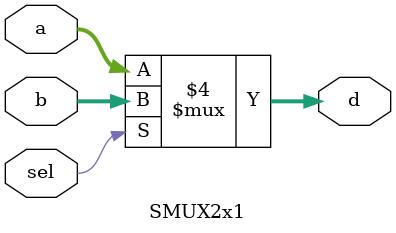
<source format=v>
`timescale 1ns / 1ns


module SMUX2x1 #(parameter DATAWIDTH=
//2
//8
//16
//32
64
) (a, b, sel, d);
    input signed [DATAWIDTH-1:0] a;
    input signed [DATAWIDTH-1:0] b;
    input sel;
    output reg signed [DATAWIDTH-1:0] d;
    
    always @(a, b, sel)
    begin
        if (sel == 1) begin
            d <= b;
        end else begin
            d <= a;
        end
    end
endmodule

</source>
